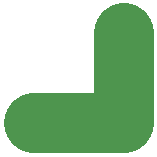
<source format=gbr>
%FSLAX34Y34*%
%MOIN*%
%ADD10R,0.2X0.2*%
%ADD11R,0.1X0.2*%
%ADD12C,0.2*%
%ADD13C,0.1*%


D12*
G01*
X0Y-3000D01*
X-3000Y-3000D01*

M02*


</source>
